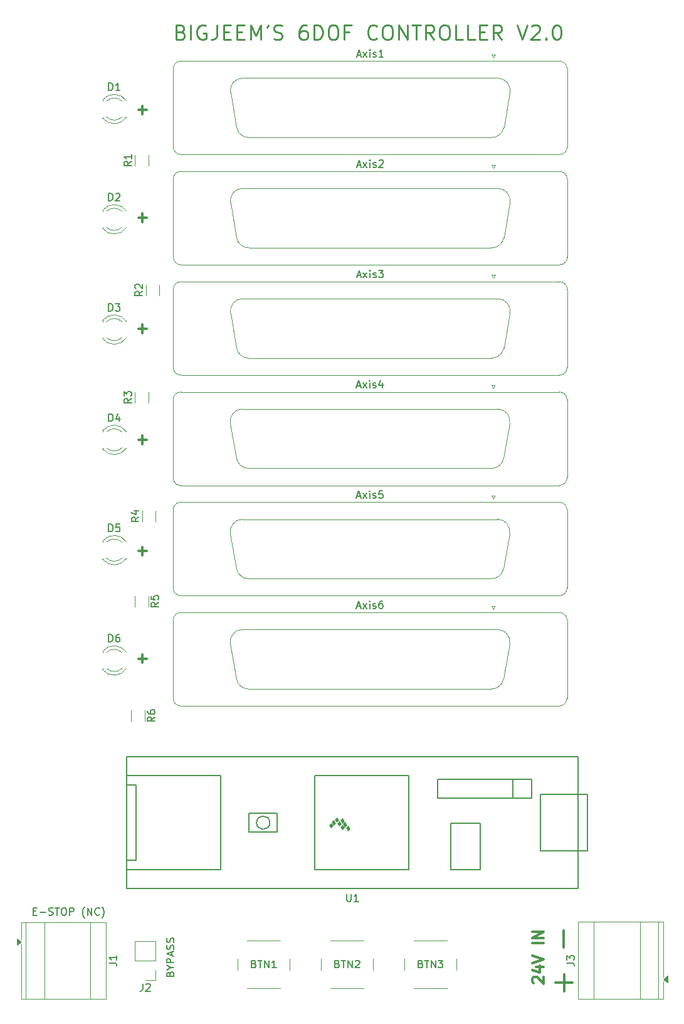
<source format=gbr>
%TF.GenerationSoftware,KiCad,Pcbnew,9.0.5*%
%TF.CreationDate,2025-11-20T14:08:09-05:00*%
%TF.ProjectId,Teensy_MotorShield,5465656e-7379-45f4-9d6f-746f72536869,rev?*%
%TF.SameCoordinates,Original*%
%TF.FileFunction,Legend,Top*%
%TF.FilePolarity,Positive*%
%FSLAX46Y46*%
G04 Gerber Fmt 4.6, Leading zero omitted, Abs format (unit mm)*
G04 Created by KiCad (PCBNEW 9.0.5) date 2025-11-20 14:08:09*
%MOMM*%
%LPD*%
G01*
G04 APERTURE LIST*
%ADD10C,0.300000*%
%ADD11C,0.200000*%
%ADD12C,0.250000*%
%ADD13C,0.150000*%
%ADD14C,0.120000*%
%ADD15C,0.100000*%
G04 APERTURE END LIST*
D10*
X125054510Y-35729400D02*
X126197368Y-35729400D01*
X125625939Y-36300828D02*
X125625939Y-35157971D01*
X182525600Y-146411653D02*
X182525600Y-148697368D01*
D11*
X129343409Y-152296993D02*
X129391028Y-152154136D01*
X129391028Y-152154136D02*
X129438647Y-152106517D01*
X129438647Y-152106517D02*
X129533885Y-152058898D01*
X129533885Y-152058898D02*
X129676742Y-152058898D01*
X129676742Y-152058898D02*
X129771980Y-152106517D01*
X129771980Y-152106517D02*
X129819600Y-152154136D01*
X129819600Y-152154136D02*
X129867219Y-152249374D01*
X129867219Y-152249374D02*
X129867219Y-152630326D01*
X129867219Y-152630326D02*
X128867219Y-152630326D01*
X128867219Y-152630326D02*
X128867219Y-152296993D01*
X128867219Y-152296993D02*
X128914838Y-152201755D01*
X128914838Y-152201755D02*
X128962457Y-152154136D01*
X128962457Y-152154136D02*
X129057695Y-152106517D01*
X129057695Y-152106517D02*
X129152933Y-152106517D01*
X129152933Y-152106517D02*
X129248171Y-152154136D01*
X129248171Y-152154136D02*
X129295790Y-152201755D01*
X129295790Y-152201755D02*
X129343409Y-152296993D01*
X129343409Y-152296993D02*
X129343409Y-152630326D01*
X129391028Y-151439850D02*
X129867219Y-151439850D01*
X128867219Y-151773183D02*
X129391028Y-151439850D01*
X129391028Y-151439850D02*
X128867219Y-151106517D01*
X129867219Y-150773183D02*
X128867219Y-150773183D01*
X128867219Y-150773183D02*
X128867219Y-150392231D01*
X128867219Y-150392231D02*
X128914838Y-150296993D01*
X128914838Y-150296993D02*
X128962457Y-150249374D01*
X128962457Y-150249374D02*
X129057695Y-150201755D01*
X129057695Y-150201755D02*
X129200552Y-150201755D01*
X129200552Y-150201755D02*
X129295790Y-150249374D01*
X129295790Y-150249374D02*
X129343409Y-150296993D01*
X129343409Y-150296993D02*
X129391028Y-150392231D01*
X129391028Y-150392231D02*
X129391028Y-150773183D01*
X129581504Y-149820802D02*
X129581504Y-149344612D01*
X129867219Y-149916040D02*
X128867219Y-149582707D01*
X128867219Y-149582707D02*
X129867219Y-149249374D01*
X129819600Y-148963659D02*
X129867219Y-148820802D01*
X129867219Y-148820802D02*
X129867219Y-148582707D01*
X129867219Y-148582707D02*
X129819600Y-148487469D01*
X129819600Y-148487469D02*
X129771980Y-148439850D01*
X129771980Y-148439850D02*
X129676742Y-148392231D01*
X129676742Y-148392231D02*
X129581504Y-148392231D01*
X129581504Y-148392231D02*
X129486266Y-148439850D01*
X129486266Y-148439850D02*
X129438647Y-148487469D01*
X129438647Y-148487469D02*
X129391028Y-148582707D01*
X129391028Y-148582707D02*
X129343409Y-148773183D01*
X129343409Y-148773183D02*
X129295790Y-148868421D01*
X129295790Y-148868421D02*
X129248171Y-148916040D01*
X129248171Y-148916040D02*
X129152933Y-148963659D01*
X129152933Y-148963659D02*
X129057695Y-148963659D01*
X129057695Y-148963659D02*
X128962457Y-148916040D01*
X128962457Y-148916040D02*
X128914838Y-148868421D01*
X128914838Y-148868421D02*
X128867219Y-148773183D01*
X128867219Y-148773183D02*
X128867219Y-148535088D01*
X128867219Y-148535088D02*
X128914838Y-148392231D01*
X129819600Y-148011278D02*
X129867219Y-147868421D01*
X129867219Y-147868421D02*
X129867219Y-147630326D01*
X129867219Y-147630326D02*
X129819600Y-147535088D01*
X129819600Y-147535088D02*
X129771980Y-147487469D01*
X129771980Y-147487469D02*
X129676742Y-147439850D01*
X129676742Y-147439850D02*
X129581504Y-147439850D01*
X129581504Y-147439850D02*
X129486266Y-147487469D01*
X129486266Y-147487469D02*
X129438647Y-147535088D01*
X129438647Y-147535088D02*
X129391028Y-147630326D01*
X129391028Y-147630326D02*
X129343409Y-147820802D01*
X129343409Y-147820802D02*
X129295790Y-147916040D01*
X129295790Y-147916040D02*
X129248171Y-147963659D01*
X129248171Y-147963659D02*
X129152933Y-148011278D01*
X129152933Y-148011278D02*
X129057695Y-148011278D01*
X129057695Y-148011278D02*
X128962457Y-147963659D01*
X128962457Y-147963659D02*
X128914838Y-147916040D01*
X128914838Y-147916040D02*
X128867219Y-147820802D01*
X128867219Y-147820802D02*
X128867219Y-147582707D01*
X128867219Y-147582707D02*
X128914838Y-147439850D01*
D10*
X125054510Y-50229400D02*
X126197368Y-50229400D01*
X125625939Y-50800828D02*
X125625939Y-49657971D01*
X181411653Y-153474400D02*
X183697368Y-153474400D01*
X182554510Y-154617257D02*
X182554510Y-152331542D01*
X125054510Y-95229400D02*
X126197368Y-95229400D01*
X125625939Y-95800828D02*
X125625939Y-94657971D01*
X125054510Y-65229400D02*
X126197368Y-65229400D01*
X125625939Y-65800828D02*
X125625939Y-64657971D01*
D12*
X130807330Y-25194619D02*
X131093044Y-25289857D01*
X131093044Y-25289857D02*
X131188282Y-25385095D01*
X131188282Y-25385095D02*
X131283520Y-25575571D01*
X131283520Y-25575571D02*
X131283520Y-25861285D01*
X131283520Y-25861285D02*
X131188282Y-26051761D01*
X131188282Y-26051761D02*
X131093044Y-26147000D01*
X131093044Y-26147000D02*
X130902568Y-26242238D01*
X130902568Y-26242238D02*
X130140663Y-26242238D01*
X130140663Y-26242238D02*
X130140663Y-24242238D01*
X130140663Y-24242238D02*
X130807330Y-24242238D01*
X130807330Y-24242238D02*
X130997806Y-24337476D01*
X130997806Y-24337476D02*
X131093044Y-24432714D01*
X131093044Y-24432714D02*
X131188282Y-24623190D01*
X131188282Y-24623190D02*
X131188282Y-24813666D01*
X131188282Y-24813666D02*
X131093044Y-25004142D01*
X131093044Y-25004142D02*
X130997806Y-25099380D01*
X130997806Y-25099380D02*
X130807330Y-25194619D01*
X130807330Y-25194619D02*
X130140663Y-25194619D01*
X132140663Y-26242238D02*
X132140663Y-24242238D01*
X134140663Y-24337476D02*
X133950187Y-24242238D01*
X133950187Y-24242238D02*
X133664473Y-24242238D01*
X133664473Y-24242238D02*
X133378758Y-24337476D01*
X133378758Y-24337476D02*
X133188282Y-24527952D01*
X133188282Y-24527952D02*
X133093044Y-24718428D01*
X133093044Y-24718428D02*
X132997806Y-25099380D01*
X132997806Y-25099380D02*
X132997806Y-25385095D01*
X132997806Y-25385095D02*
X133093044Y-25766047D01*
X133093044Y-25766047D02*
X133188282Y-25956523D01*
X133188282Y-25956523D02*
X133378758Y-26147000D01*
X133378758Y-26147000D02*
X133664473Y-26242238D01*
X133664473Y-26242238D02*
X133854949Y-26242238D01*
X133854949Y-26242238D02*
X134140663Y-26147000D01*
X134140663Y-26147000D02*
X134235901Y-26051761D01*
X134235901Y-26051761D02*
X134235901Y-25385095D01*
X134235901Y-25385095D02*
X133854949Y-25385095D01*
X135664473Y-24242238D02*
X135664473Y-25670809D01*
X135664473Y-25670809D02*
X135569234Y-25956523D01*
X135569234Y-25956523D02*
X135378758Y-26147000D01*
X135378758Y-26147000D02*
X135093044Y-26242238D01*
X135093044Y-26242238D02*
X134902568Y-26242238D01*
X136616854Y-25194619D02*
X137283521Y-25194619D01*
X137569235Y-26242238D02*
X136616854Y-26242238D01*
X136616854Y-26242238D02*
X136616854Y-24242238D01*
X136616854Y-24242238D02*
X137569235Y-24242238D01*
X138426378Y-25194619D02*
X139093045Y-25194619D01*
X139378759Y-26242238D02*
X138426378Y-26242238D01*
X138426378Y-26242238D02*
X138426378Y-24242238D01*
X138426378Y-24242238D02*
X139378759Y-24242238D01*
X140235902Y-26242238D02*
X140235902Y-24242238D01*
X140235902Y-24242238D02*
X140902569Y-25670809D01*
X140902569Y-25670809D02*
X141569235Y-24242238D01*
X141569235Y-24242238D02*
X141569235Y-26242238D01*
X142616854Y-24242238D02*
X142426378Y-24623190D01*
X143378759Y-26147000D02*
X143664473Y-26242238D01*
X143664473Y-26242238D02*
X144140664Y-26242238D01*
X144140664Y-26242238D02*
X144331140Y-26147000D01*
X144331140Y-26147000D02*
X144426378Y-26051761D01*
X144426378Y-26051761D02*
X144521616Y-25861285D01*
X144521616Y-25861285D02*
X144521616Y-25670809D01*
X144521616Y-25670809D02*
X144426378Y-25480333D01*
X144426378Y-25480333D02*
X144331140Y-25385095D01*
X144331140Y-25385095D02*
X144140664Y-25289857D01*
X144140664Y-25289857D02*
X143759711Y-25194619D01*
X143759711Y-25194619D02*
X143569235Y-25099380D01*
X143569235Y-25099380D02*
X143473997Y-25004142D01*
X143473997Y-25004142D02*
X143378759Y-24813666D01*
X143378759Y-24813666D02*
X143378759Y-24623190D01*
X143378759Y-24623190D02*
X143473997Y-24432714D01*
X143473997Y-24432714D02*
X143569235Y-24337476D01*
X143569235Y-24337476D02*
X143759711Y-24242238D01*
X143759711Y-24242238D02*
X144235902Y-24242238D01*
X144235902Y-24242238D02*
X144521616Y-24337476D01*
X147759712Y-24242238D02*
X147378759Y-24242238D01*
X147378759Y-24242238D02*
X147188283Y-24337476D01*
X147188283Y-24337476D02*
X147093045Y-24432714D01*
X147093045Y-24432714D02*
X146902569Y-24718428D01*
X146902569Y-24718428D02*
X146807331Y-25099380D01*
X146807331Y-25099380D02*
X146807331Y-25861285D01*
X146807331Y-25861285D02*
X146902569Y-26051761D01*
X146902569Y-26051761D02*
X146997807Y-26147000D01*
X146997807Y-26147000D02*
X147188283Y-26242238D01*
X147188283Y-26242238D02*
X147569236Y-26242238D01*
X147569236Y-26242238D02*
X147759712Y-26147000D01*
X147759712Y-26147000D02*
X147854950Y-26051761D01*
X147854950Y-26051761D02*
X147950188Y-25861285D01*
X147950188Y-25861285D02*
X147950188Y-25385095D01*
X147950188Y-25385095D02*
X147854950Y-25194619D01*
X147854950Y-25194619D02*
X147759712Y-25099380D01*
X147759712Y-25099380D02*
X147569236Y-25004142D01*
X147569236Y-25004142D02*
X147188283Y-25004142D01*
X147188283Y-25004142D02*
X146997807Y-25099380D01*
X146997807Y-25099380D02*
X146902569Y-25194619D01*
X146902569Y-25194619D02*
X146807331Y-25385095D01*
X148807331Y-26242238D02*
X148807331Y-24242238D01*
X148807331Y-24242238D02*
X149283521Y-24242238D01*
X149283521Y-24242238D02*
X149569236Y-24337476D01*
X149569236Y-24337476D02*
X149759712Y-24527952D01*
X149759712Y-24527952D02*
X149854950Y-24718428D01*
X149854950Y-24718428D02*
X149950188Y-25099380D01*
X149950188Y-25099380D02*
X149950188Y-25385095D01*
X149950188Y-25385095D02*
X149854950Y-25766047D01*
X149854950Y-25766047D02*
X149759712Y-25956523D01*
X149759712Y-25956523D02*
X149569236Y-26147000D01*
X149569236Y-26147000D02*
X149283521Y-26242238D01*
X149283521Y-26242238D02*
X148807331Y-26242238D01*
X151188283Y-24242238D02*
X151569236Y-24242238D01*
X151569236Y-24242238D02*
X151759712Y-24337476D01*
X151759712Y-24337476D02*
X151950188Y-24527952D01*
X151950188Y-24527952D02*
X152045426Y-24908904D01*
X152045426Y-24908904D02*
X152045426Y-25575571D01*
X152045426Y-25575571D02*
X151950188Y-25956523D01*
X151950188Y-25956523D02*
X151759712Y-26147000D01*
X151759712Y-26147000D02*
X151569236Y-26242238D01*
X151569236Y-26242238D02*
X151188283Y-26242238D01*
X151188283Y-26242238D02*
X150997807Y-26147000D01*
X150997807Y-26147000D02*
X150807331Y-25956523D01*
X150807331Y-25956523D02*
X150712093Y-25575571D01*
X150712093Y-25575571D02*
X150712093Y-24908904D01*
X150712093Y-24908904D02*
X150807331Y-24527952D01*
X150807331Y-24527952D02*
X150997807Y-24337476D01*
X150997807Y-24337476D02*
X151188283Y-24242238D01*
X153569236Y-25194619D02*
X152902569Y-25194619D01*
X152902569Y-26242238D02*
X152902569Y-24242238D01*
X152902569Y-24242238D02*
X153854950Y-24242238D01*
X157283522Y-26051761D02*
X157188284Y-26147000D01*
X157188284Y-26147000D02*
X156902570Y-26242238D01*
X156902570Y-26242238D02*
X156712094Y-26242238D01*
X156712094Y-26242238D02*
X156426379Y-26147000D01*
X156426379Y-26147000D02*
X156235903Y-25956523D01*
X156235903Y-25956523D02*
X156140665Y-25766047D01*
X156140665Y-25766047D02*
X156045427Y-25385095D01*
X156045427Y-25385095D02*
X156045427Y-25099380D01*
X156045427Y-25099380D02*
X156140665Y-24718428D01*
X156140665Y-24718428D02*
X156235903Y-24527952D01*
X156235903Y-24527952D02*
X156426379Y-24337476D01*
X156426379Y-24337476D02*
X156712094Y-24242238D01*
X156712094Y-24242238D02*
X156902570Y-24242238D01*
X156902570Y-24242238D02*
X157188284Y-24337476D01*
X157188284Y-24337476D02*
X157283522Y-24432714D01*
X158521617Y-24242238D02*
X158902570Y-24242238D01*
X158902570Y-24242238D02*
X159093046Y-24337476D01*
X159093046Y-24337476D02*
X159283522Y-24527952D01*
X159283522Y-24527952D02*
X159378760Y-24908904D01*
X159378760Y-24908904D02*
X159378760Y-25575571D01*
X159378760Y-25575571D02*
X159283522Y-25956523D01*
X159283522Y-25956523D02*
X159093046Y-26147000D01*
X159093046Y-26147000D02*
X158902570Y-26242238D01*
X158902570Y-26242238D02*
X158521617Y-26242238D01*
X158521617Y-26242238D02*
X158331141Y-26147000D01*
X158331141Y-26147000D02*
X158140665Y-25956523D01*
X158140665Y-25956523D02*
X158045427Y-25575571D01*
X158045427Y-25575571D02*
X158045427Y-24908904D01*
X158045427Y-24908904D02*
X158140665Y-24527952D01*
X158140665Y-24527952D02*
X158331141Y-24337476D01*
X158331141Y-24337476D02*
X158521617Y-24242238D01*
X160235903Y-26242238D02*
X160235903Y-24242238D01*
X160235903Y-24242238D02*
X161378760Y-26242238D01*
X161378760Y-26242238D02*
X161378760Y-24242238D01*
X162045427Y-24242238D02*
X163188284Y-24242238D01*
X162616855Y-26242238D02*
X162616855Y-24242238D01*
X164997808Y-26242238D02*
X164331141Y-25289857D01*
X163854951Y-26242238D02*
X163854951Y-24242238D01*
X163854951Y-24242238D02*
X164616856Y-24242238D01*
X164616856Y-24242238D02*
X164807332Y-24337476D01*
X164807332Y-24337476D02*
X164902570Y-24432714D01*
X164902570Y-24432714D02*
X164997808Y-24623190D01*
X164997808Y-24623190D02*
X164997808Y-24908904D01*
X164997808Y-24908904D02*
X164902570Y-25099380D01*
X164902570Y-25099380D02*
X164807332Y-25194619D01*
X164807332Y-25194619D02*
X164616856Y-25289857D01*
X164616856Y-25289857D02*
X163854951Y-25289857D01*
X166235903Y-24242238D02*
X166616856Y-24242238D01*
X166616856Y-24242238D02*
X166807332Y-24337476D01*
X166807332Y-24337476D02*
X166997808Y-24527952D01*
X166997808Y-24527952D02*
X167093046Y-24908904D01*
X167093046Y-24908904D02*
X167093046Y-25575571D01*
X167093046Y-25575571D02*
X166997808Y-25956523D01*
X166997808Y-25956523D02*
X166807332Y-26147000D01*
X166807332Y-26147000D02*
X166616856Y-26242238D01*
X166616856Y-26242238D02*
X166235903Y-26242238D01*
X166235903Y-26242238D02*
X166045427Y-26147000D01*
X166045427Y-26147000D02*
X165854951Y-25956523D01*
X165854951Y-25956523D02*
X165759713Y-25575571D01*
X165759713Y-25575571D02*
X165759713Y-24908904D01*
X165759713Y-24908904D02*
X165854951Y-24527952D01*
X165854951Y-24527952D02*
X166045427Y-24337476D01*
X166045427Y-24337476D02*
X166235903Y-24242238D01*
X168902570Y-26242238D02*
X167950189Y-26242238D01*
X167950189Y-26242238D02*
X167950189Y-24242238D01*
X170521618Y-26242238D02*
X169569237Y-26242238D01*
X169569237Y-26242238D02*
X169569237Y-24242238D01*
X171188285Y-25194619D02*
X171854952Y-25194619D01*
X172140666Y-26242238D02*
X171188285Y-26242238D01*
X171188285Y-26242238D02*
X171188285Y-24242238D01*
X171188285Y-24242238D02*
X172140666Y-24242238D01*
X174140666Y-26242238D02*
X173473999Y-25289857D01*
X172997809Y-26242238D02*
X172997809Y-24242238D01*
X172997809Y-24242238D02*
X173759714Y-24242238D01*
X173759714Y-24242238D02*
X173950190Y-24337476D01*
X173950190Y-24337476D02*
X174045428Y-24432714D01*
X174045428Y-24432714D02*
X174140666Y-24623190D01*
X174140666Y-24623190D02*
X174140666Y-24908904D01*
X174140666Y-24908904D02*
X174045428Y-25099380D01*
X174045428Y-25099380D02*
X173950190Y-25194619D01*
X173950190Y-25194619D02*
X173759714Y-25289857D01*
X173759714Y-25289857D02*
X172997809Y-25289857D01*
X176235905Y-24242238D02*
X176902571Y-26242238D01*
X176902571Y-26242238D02*
X177569238Y-24242238D01*
X178140667Y-24432714D02*
X178235905Y-24337476D01*
X178235905Y-24337476D02*
X178426381Y-24242238D01*
X178426381Y-24242238D02*
X178902572Y-24242238D01*
X178902572Y-24242238D02*
X179093048Y-24337476D01*
X179093048Y-24337476D02*
X179188286Y-24432714D01*
X179188286Y-24432714D02*
X179283524Y-24623190D01*
X179283524Y-24623190D02*
X179283524Y-24813666D01*
X179283524Y-24813666D02*
X179188286Y-25099380D01*
X179188286Y-25099380D02*
X178045429Y-26242238D01*
X178045429Y-26242238D02*
X179283524Y-26242238D01*
X180140667Y-26051761D02*
X180235905Y-26147000D01*
X180235905Y-26147000D02*
X180140667Y-26242238D01*
X180140667Y-26242238D02*
X180045429Y-26147000D01*
X180045429Y-26147000D02*
X180140667Y-26051761D01*
X180140667Y-26051761D02*
X180140667Y-26242238D01*
X181474000Y-24242238D02*
X181664477Y-24242238D01*
X181664477Y-24242238D02*
X181854953Y-24337476D01*
X181854953Y-24337476D02*
X181950191Y-24432714D01*
X181950191Y-24432714D02*
X182045429Y-24623190D01*
X182045429Y-24623190D02*
X182140667Y-25004142D01*
X182140667Y-25004142D02*
X182140667Y-25480333D01*
X182140667Y-25480333D02*
X182045429Y-25861285D01*
X182045429Y-25861285D02*
X181950191Y-26051761D01*
X181950191Y-26051761D02*
X181854953Y-26147000D01*
X181854953Y-26147000D02*
X181664477Y-26242238D01*
X181664477Y-26242238D02*
X181474000Y-26242238D01*
X181474000Y-26242238D02*
X181283524Y-26147000D01*
X181283524Y-26147000D02*
X181188286Y-26051761D01*
X181188286Y-26051761D02*
X181093048Y-25861285D01*
X181093048Y-25861285D02*
X180997810Y-25480333D01*
X180997810Y-25480333D02*
X180997810Y-25004142D01*
X180997810Y-25004142D02*
X181093048Y-24623190D01*
X181093048Y-24623190D02*
X181188286Y-24432714D01*
X181188286Y-24432714D02*
X181283524Y-24337476D01*
X181283524Y-24337476D02*
X181474000Y-24242238D01*
D11*
X110869673Y-143843409D02*
X111203006Y-143843409D01*
X111345863Y-144367219D02*
X110869673Y-144367219D01*
X110869673Y-144367219D02*
X110869673Y-143367219D01*
X110869673Y-143367219D02*
X111345863Y-143367219D01*
X111774435Y-143986266D02*
X112536340Y-143986266D01*
X112964911Y-144319600D02*
X113107768Y-144367219D01*
X113107768Y-144367219D02*
X113345863Y-144367219D01*
X113345863Y-144367219D02*
X113441101Y-144319600D01*
X113441101Y-144319600D02*
X113488720Y-144271980D01*
X113488720Y-144271980D02*
X113536339Y-144176742D01*
X113536339Y-144176742D02*
X113536339Y-144081504D01*
X113536339Y-144081504D02*
X113488720Y-143986266D01*
X113488720Y-143986266D02*
X113441101Y-143938647D01*
X113441101Y-143938647D02*
X113345863Y-143891028D01*
X113345863Y-143891028D02*
X113155387Y-143843409D01*
X113155387Y-143843409D02*
X113060149Y-143795790D01*
X113060149Y-143795790D02*
X113012530Y-143748171D01*
X113012530Y-143748171D02*
X112964911Y-143652933D01*
X112964911Y-143652933D02*
X112964911Y-143557695D01*
X112964911Y-143557695D02*
X113012530Y-143462457D01*
X113012530Y-143462457D02*
X113060149Y-143414838D01*
X113060149Y-143414838D02*
X113155387Y-143367219D01*
X113155387Y-143367219D02*
X113393482Y-143367219D01*
X113393482Y-143367219D02*
X113536339Y-143414838D01*
X113822054Y-143367219D02*
X114393482Y-143367219D01*
X114107768Y-144367219D02*
X114107768Y-143367219D01*
X114917292Y-143367219D02*
X115107768Y-143367219D01*
X115107768Y-143367219D02*
X115203006Y-143414838D01*
X115203006Y-143414838D02*
X115298244Y-143510076D01*
X115298244Y-143510076D02*
X115345863Y-143700552D01*
X115345863Y-143700552D02*
X115345863Y-144033885D01*
X115345863Y-144033885D02*
X115298244Y-144224361D01*
X115298244Y-144224361D02*
X115203006Y-144319600D01*
X115203006Y-144319600D02*
X115107768Y-144367219D01*
X115107768Y-144367219D02*
X114917292Y-144367219D01*
X114917292Y-144367219D02*
X114822054Y-144319600D01*
X114822054Y-144319600D02*
X114726816Y-144224361D01*
X114726816Y-144224361D02*
X114679197Y-144033885D01*
X114679197Y-144033885D02*
X114679197Y-143700552D01*
X114679197Y-143700552D02*
X114726816Y-143510076D01*
X114726816Y-143510076D02*
X114822054Y-143414838D01*
X114822054Y-143414838D02*
X114917292Y-143367219D01*
X115774435Y-144367219D02*
X115774435Y-143367219D01*
X115774435Y-143367219D02*
X116155387Y-143367219D01*
X116155387Y-143367219D02*
X116250625Y-143414838D01*
X116250625Y-143414838D02*
X116298244Y-143462457D01*
X116298244Y-143462457D02*
X116345863Y-143557695D01*
X116345863Y-143557695D02*
X116345863Y-143700552D01*
X116345863Y-143700552D02*
X116298244Y-143795790D01*
X116298244Y-143795790D02*
X116250625Y-143843409D01*
X116250625Y-143843409D02*
X116155387Y-143891028D01*
X116155387Y-143891028D02*
X115774435Y-143891028D01*
X117822054Y-144748171D02*
X117774435Y-144700552D01*
X117774435Y-144700552D02*
X117679197Y-144557695D01*
X117679197Y-144557695D02*
X117631578Y-144462457D01*
X117631578Y-144462457D02*
X117583959Y-144319600D01*
X117583959Y-144319600D02*
X117536340Y-144081504D01*
X117536340Y-144081504D02*
X117536340Y-143891028D01*
X117536340Y-143891028D02*
X117583959Y-143652933D01*
X117583959Y-143652933D02*
X117631578Y-143510076D01*
X117631578Y-143510076D02*
X117679197Y-143414838D01*
X117679197Y-143414838D02*
X117774435Y-143271980D01*
X117774435Y-143271980D02*
X117822054Y-143224361D01*
X118203007Y-144367219D02*
X118203007Y-143367219D01*
X118203007Y-143367219D02*
X118774435Y-144367219D01*
X118774435Y-144367219D02*
X118774435Y-143367219D01*
X119822054Y-144271980D02*
X119774435Y-144319600D01*
X119774435Y-144319600D02*
X119631578Y-144367219D01*
X119631578Y-144367219D02*
X119536340Y-144367219D01*
X119536340Y-144367219D02*
X119393483Y-144319600D01*
X119393483Y-144319600D02*
X119298245Y-144224361D01*
X119298245Y-144224361D02*
X119250626Y-144129123D01*
X119250626Y-144129123D02*
X119203007Y-143938647D01*
X119203007Y-143938647D02*
X119203007Y-143795790D01*
X119203007Y-143795790D02*
X119250626Y-143605314D01*
X119250626Y-143605314D02*
X119298245Y-143510076D01*
X119298245Y-143510076D02*
X119393483Y-143414838D01*
X119393483Y-143414838D02*
X119536340Y-143367219D01*
X119536340Y-143367219D02*
X119631578Y-143367219D01*
X119631578Y-143367219D02*
X119774435Y-143414838D01*
X119774435Y-143414838D02*
X119822054Y-143462457D01*
X120155388Y-144748171D02*
X120203007Y-144700552D01*
X120203007Y-144700552D02*
X120298245Y-144557695D01*
X120298245Y-144557695D02*
X120345864Y-144462457D01*
X120345864Y-144462457D02*
X120393483Y-144319600D01*
X120393483Y-144319600D02*
X120441102Y-144081504D01*
X120441102Y-144081504D02*
X120441102Y-143891028D01*
X120441102Y-143891028D02*
X120393483Y-143652933D01*
X120393483Y-143652933D02*
X120345864Y-143510076D01*
X120345864Y-143510076D02*
X120298245Y-143414838D01*
X120298245Y-143414838D02*
X120203007Y-143271980D01*
X120203007Y-143271980D02*
X120155388Y-143224361D01*
D10*
X125054510Y-80229400D02*
X126197368Y-80229400D01*
X125625939Y-80800828D02*
X125625939Y-79657971D01*
X125054510Y-109729400D02*
X126197368Y-109729400D01*
X125625939Y-110300828D02*
X125625939Y-109157971D01*
X178443685Y-153516917D02*
X178372257Y-153445489D01*
X178372257Y-153445489D02*
X178300828Y-153302632D01*
X178300828Y-153302632D02*
X178300828Y-152945489D01*
X178300828Y-152945489D02*
X178372257Y-152802632D01*
X178372257Y-152802632D02*
X178443685Y-152731203D01*
X178443685Y-152731203D02*
X178586542Y-152659774D01*
X178586542Y-152659774D02*
X178729400Y-152659774D01*
X178729400Y-152659774D02*
X178943685Y-152731203D01*
X178943685Y-152731203D02*
X179800828Y-153588346D01*
X179800828Y-153588346D02*
X179800828Y-152659774D01*
X178800828Y-151374061D02*
X179800828Y-151374061D01*
X178229400Y-151731203D02*
X179300828Y-152088346D01*
X179300828Y-152088346D02*
X179300828Y-151159775D01*
X178300828Y-150802632D02*
X179800828Y-150302632D01*
X179800828Y-150302632D02*
X178300828Y-149802632D01*
X179800828Y-148159776D02*
X178300828Y-148159776D01*
X179800828Y-147445490D02*
X178300828Y-147445490D01*
X178300828Y-147445490D02*
X179800828Y-146588347D01*
X179800828Y-146588347D02*
X178300828Y-146588347D01*
D13*
X121066905Y-107483780D02*
X121066905Y-106483780D01*
X121066905Y-106483780D02*
X121305000Y-106483780D01*
X121305000Y-106483780D02*
X121447857Y-106531399D01*
X121447857Y-106531399D02*
X121543095Y-106626637D01*
X121543095Y-106626637D02*
X121590714Y-106721875D01*
X121590714Y-106721875D02*
X121638333Y-106912351D01*
X121638333Y-106912351D02*
X121638333Y-107055208D01*
X121638333Y-107055208D02*
X121590714Y-107245684D01*
X121590714Y-107245684D02*
X121543095Y-107340922D01*
X121543095Y-107340922D02*
X121447857Y-107436161D01*
X121447857Y-107436161D02*
X121305000Y-107483780D01*
X121305000Y-107483780D02*
X121066905Y-107483780D01*
X122495476Y-106483780D02*
X122305000Y-106483780D01*
X122305000Y-106483780D02*
X122209762Y-106531399D01*
X122209762Y-106531399D02*
X122162143Y-106579018D01*
X122162143Y-106579018D02*
X122066905Y-106721875D01*
X122066905Y-106721875D02*
X122019286Y-106912351D01*
X122019286Y-106912351D02*
X122019286Y-107293303D01*
X122019286Y-107293303D02*
X122066905Y-107388541D01*
X122066905Y-107388541D02*
X122114524Y-107436161D01*
X122114524Y-107436161D02*
X122209762Y-107483780D01*
X122209762Y-107483780D02*
X122400238Y-107483780D01*
X122400238Y-107483780D02*
X122495476Y-107436161D01*
X122495476Y-107436161D02*
X122543095Y-107388541D01*
X122543095Y-107388541D02*
X122590714Y-107293303D01*
X122590714Y-107293303D02*
X122590714Y-107055208D01*
X122590714Y-107055208D02*
X122543095Y-106959970D01*
X122543095Y-106959970D02*
X122495476Y-106912351D01*
X122495476Y-106912351D02*
X122400238Y-106864732D01*
X122400238Y-106864732D02*
X122209762Y-106864732D01*
X122209762Y-106864732D02*
X122114524Y-106912351D01*
X122114524Y-106912351D02*
X122066905Y-106959970D01*
X122066905Y-106959970D02*
X122019286Y-107055208D01*
X121066905Y-62839691D02*
X121066905Y-61839691D01*
X121066905Y-61839691D02*
X121305000Y-61839691D01*
X121305000Y-61839691D02*
X121447857Y-61887310D01*
X121447857Y-61887310D02*
X121543095Y-61982548D01*
X121543095Y-61982548D02*
X121590714Y-62077786D01*
X121590714Y-62077786D02*
X121638333Y-62268262D01*
X121638333Y-62268262D02*
X121638333Y-62411119D01*
X121638333Y-62411119D02*
X121590714Y-62601595D01*
X121590714Y-62601595D02*
X121543095Y-62696833D01*
X121543095Y-62696833D02*
X121447857Y-62792072D01*
X121447857Y-62792072D02*
X121305000Y-62839691D01*
X121305000Y-62839691D02*
X121066905Y-62839691D01*
X121971667Y-61839691D02*
X122590714Y-61839691D01*
X122590714Y-61839691D02*
X122257381Y-62220643D01*
X122257381Y-62220643D02*
X122400238Y-62220643D01*
X122400238Y-62220643D02*
X122495476Y-62268262D01*
X122495476Y-62268262D02*
X122543095Y-62315881D01*
X122543095Y-62315881D02*
X122590714Y-62411119D01*
X122590714Y-62411119D02*
X122590714Y-62649214D01*
X122590714Y-62649214D02*
X122543095Y-62744452D01*
X122543095Y-62744452D02*
X122495476Y-62792072D01*
X122495476Y-62792072D02*
X122400238Y-62839691D01*
X122400238Y-62839691D02*
X122114524Y-62839691D01*
X122114524Y-62839691D02*
X122019286Y-62792072D01*
X122019286Y-62792072D02*
X121971667Y-62744452D01*
X124124819Y-42666666D02*
X123648628Y-42999999D01*
X124124819Y-43238094D02*
X123124819Y-43238094D01*
X123124819Y-43238094D02*
X123124819Y-42857142D01*
X123124819Y-42857142D02*
X123172438Y-42761904D01*
X123172438Y-42761904D02*
X123220057Y-42714285D01*
X123220057Y-42714285D02*
X123315295Y-42666666D01*
X123315295Y-42666666D02*
X123458152Y-42666666D01*
X123458152Y-42666666D02*
X123553390Y-42714285D01*
X123553390Y-42714285D02*
X123601009Y-42761904D01*
X123601009Y-42761904D02*
X123648628Y-42857142D01*
X123648628Y-42857142D02*
X123648628Y-43238094D01*
X124124819Y-41714285D02*
X124124819Y-42285713D01*
X124124819Y-41999999D02*
X123124819Y-41999999D01*
X123124819Y-41999999D02*
X123267676Y-42095237D01*
X123267676Y-42095237D02*
X123362914Y-42190475D01*
X123362914Y-42190475D02*
X123410533Y-42285713D01*
X127284819Y-117616666D02*
X126808628Y-117949999D01*
X127284819Y-118188094D02*
X126284819Y-118188094D01*
X126284819Y-118188094D02*
X126284819Y-117807142D01*
X126284819Y-117807142D02*
X126332438Y-117711904D01*
X126332438Y-117711904D02*
X126380057Y-117664285D01*
X126380057Y-117664285D02*
X126475295Y-117616666D01*
X126475295Y-117616666D02*
X126618152Y-117616666D01*
X126618152Y-117616666D02*
X126713390Y-117664285D01*
X126713390Y-117664285D02*
X126761009Y-117711904D01*
X126761009Y-117711904D02*
X126808628Y-117807142D01*
X126808628Y-117807142D02*
X126808628Y-118188094D01*
X126284819Y-116759523D02*
X126284819Y-116949999D01*
X126284819Y-116949999D02*
X126332438Y-117045237D01*
X126332438Y-117045237D02*
X126380057Y-117092856D01*
X126380057Y-117092856D02*
X126522914Y-117188094D01*
X126522914Y-117188094D02*
X126713390Y-117235713D01*
X126713390Y-117235713D02*
X127094342Y-117235713D01*
X127094342Y-117235713D02*
X127189580Y-117188094D01*
X127189580Y-117188094D02*
X127237200Y-117140475D01*
X127237200Y-117140475D02*
X127284819Y-117045237D01*
X127284819Y-117045237D02*
X127284819Y-116854761D01*
X127284819Y-116854761D02*
X127237200Y-116759523D01*
X127237200Y-116759523D02*
X127189580Y-116711904D01*
X127189580Y-116711904D02*
X127094342Y-116664285D01*
X127094342Y-116664285D02*
X126856247Y-116664285D01*
X126856247Y-116664285D02*
X126761009Y-116711904D01*
X126761009Y-116711904D02*
X126713390Y-116759523D01*
X126713390Y-116759523D02*
X126665771Y-116854761D01*
X126665771Y-116854761D02*
X126665771Y-117045237D01*
X126665771Y-117045237D02*
X126713390Y-117140475D01*
X126713390Y-117140475D02*
X126761009Y-117188094D01*
X126761009Y-117188094D02*
X126856247Y-117235713D01*
X127784819Y-102166666D02*
X127308628Y-102499999D01*
X127784819Y-102738094D02*
X126784819Y-102738094D01*
X126784819Y-102738094D02*
X126784819Y-102357142D01*
X126784819Y-102357142D02*
X126832438Y-102261904D01*
X126832438Y-102261904D02*
X126880057Y-102214285D01*
X126880057Y-102214285D02*
X126975295Y-102166666D01*
X126975295Y-102166666D02*
X127118152Y-102166666D01*
X127118152Y-102166666D02*
X127213390Y-102214285D01*
X127213390Y-102214285D02*
X127261009Y-102261904D01*
X127261009Y-102261904D02*
X127308628Y-102357142D01*
X127308628Y-102357142D02*
X127308628Y-102738094D01*
X126784819Y-101261904D02*
X126784819Y-101738094D01*
X126784819Y-101738094D02*
X127261009Y-101785713D01*
X127261009Y-101785713D02*
X127213390Y-101738094D01*
X127213390Y-101738094D02*
X127165771Y-101642856D01*
X127165771Y-101642856D02*
X127165771Y-101404761D01*
X127165771Y-101404761D02*
X127213390Y-101309523D01*
X127213390Y-101309523D02*
X127261009Y-101261904D01*
X127261009Y-101261904D02*
X127356247Y-101214285D01*
X127356247Y-101214285D02*
X127594342Y-101214285D01*
X127594342Y-101214285D02*
X127689580Y-101261904D01*
X127689580Y-101261904D02*
X127737200Y-101309523D01*
X127737200Y-101309523D02*
X127784819Y-101404761D01*
X127784819Y-101404761D02*
X127784819Y-101642856D01*
X127784819Y-101642856D02*
X127737200Y-101738094D01*
X127737200Y-101738094D02*
X127689580Y-101785713D01*
X151940476Y-150931009D02*
X152083333Y-150978628D01*
X152083333Y-150978628D02*
X152130952Y-151026247D01*
X152130952Y-151026247D02*
X152178571Y-151121485D01*
X152178571Y-151121485D02*
X152178571Y-151264342D01*
X152178571Y-151264342D02*
X152130952Y-151359580D01*
X152130952Y-151359580D02*
X152083333Y-151407200D01*
X152083333Y-151407200D02*
X151988095Y-151454819D01*
X151988095Y-151454819D02*
X151607143Y-151454819D01*
X151607143Y-151454819D02*
X151607143Y-150454819D01*
X151607143Y-150454819D02*
X151940476Y-150454819D01*
X151940476Y-150454819D02*
X152035714Y-150502438D01*
X152035714Y-150502438D02*
X152083333Y-150550057D01*
X152083333Y-150550057D02*
X152130952Y-150645295D01*
X152130952Y-150645295D02*
X152130952Y-150740533D01*
X152130952Y-150740533D02*
X152083333Y-150835771D01*
X152083333Y-150835771D02*
X152035714Y-150883390D01*
X152035714Y-150883390D02*
X151940476Y-150931009D01*
X151940476Y-150931009D02*
X151607143Y-150931009D01*
X152464286Y-150454819D02*
X153035714Y-150454819D01*
X152750000Y-151454819D02*
X152750000Y-150454819D01*
X153369048Y-151454819D02*
X153369048Y-150454819D01*
X153369048Y-150454819D02*
X153940476Y-151454819D01*
X153940476Y-151454819D02*
X153940476Y-150454819D01*
X154369048Y-150550057D02*
X154416667Y-150502438D01*
X154416667Y-150502438D02*
X154511905Y-150454819D01*
X154511905Y-150454819D02*
X154750000Y-150454819D01*
X154750000Y-150454819D02*
X154845238Y-150502438D01*
X154845238Y-150502438D02*
X154892857Y-150550057D01*
X154892857Y-150550057D02*
X154940476Y-150645295D01*
X154940476Y-150645295D02*
X154940476Y-150740533D01*
X154940476Y-150740533D02*
X154892857Y-150883390D01*
X154892857Y-150883390D02*
X154321429Y-151454819D01*
X154321429Y-151454819D02*
X154940476Y-151454819D01*
X154593095Y-87804556D02*
X155069285Y-87804556D01*
X154497857Y-88090271D02*
X154831190Y-87090271D01*
X154831190Y-87090271D02*
X155164523Y-88090271D01*
X155402619Y-88090271D02*
X155926428Y-87423604D01*
X155402619Y-87423604D02*
X155926428Y-88090271D01*
X156307381Y-88090271D02*
X156307381Y-87423604D01*
X156307381Y-87090271D02*
X156259762Y-87137890D01*
X156259762Y-87137890D02*
X156307381Y-87185509D01*
X156307381Y-87185509D02*
X156355000Y-87137890D01*
X156355000Y-87137890D02*
X156307381Y-87090271D01*
X156307381Y-87090271D02*
X156307381Y-87185509D01*
X156735952Y-88042652D02*
X156831190Y-88090271D01*
X156831190Y-88090271D02*
X157021666Y-88090271D01*
X157021666Y-88090271D02*
X157116904Y-88042652D01*
X157116904Y-88042652D02*
X157164523Y-87947413D01*
X157164523Y-87947413D02*
X157164523Y-87899794D01*
X157164523Y-87899794D02*
X157116904Y-87804556D01*
X157116904Y-87804556D02*
X157021666Y-87756937D01*
X157021666Y-87756937D02*
X156878809Y-87756937D01*
X156878809Y-87756937D02*
X156783571Y-87709318D01*
X156783571Y-87709318D02*
X156735952Y-87614080D01*
X156735952Y-87614080D02*
X156735952Y-87566461D01*
X156735952Y-87566461D02*
X156783571Y-87471223D01*
X156783571Y-87471223D02*
X156878809Y-87423604D01*
X156878809Y-87423604D02*
X157021666Y-87423604D01*
X157021666Y-87423604D02*
X157116904Y-87471223D01*
X158069285Y-87090271D02*
X157593095Y-87090271D01*
X157593095Y-87090271D02*
X157545476Y-87566461D01*
X157545476Y-87566461D02*
X157593095Y-87518842D01*
X157593095Y-87518842D02*
X157688333Y-87471223D01*
X157688333Y-87471223D02*
X157926428Y-87471223D01*
X157926428Y-87471223D02*
X158021666Y-87518842D01*
X158021666Y-87518842D02*
X158069285Y-87566461D01*
X158069285Y-87566461D02*
X158116904Y-87661699D01*
X158116904Y-87661699D02*
X158116904Y-87899794D01*
X158116904Y-87899794D02*
X158069285Y-87995032D01*
X158069285Y-87995032D02*
X158021666Y-88042652D01*
X158021666Y-88042652D02*
X157926428Y-88090271D01*
X157926428Y-88090271D02*
X157688333Y-88090271D01*
X157688333Y-88090271D02*
X157593095Y-88042652D01*
X157593095Y-88042652D02*
X157545476Y-87995032D01*
X163190476Y-150931009D02*
X163333333Y-150978628D01*
X163333333Y-150978628D02*
X163380952Y-151026247D01*
X163380952Y-151026247D02*
X163428571Y-151121485D01*
X163428571Y-151121485D02*
X163428571Y-151264342D01*
X163428571Y-151264342D02*
X163380952Y-151359580D01*
X163380952Y-151359580D02*
X163333333Y-151407200D01*
X163333333Y-151407200D02*
X163238095Y-151454819D01*
X163238095Y-151454819D02*
X162857143Y-151454819D01*
X162857143Y-151454819D02*
X162857143Y-150454819D01*
X162857143Y-150454819D02*
X163190476Y-150454819D01*
X163190476Y-150454819D02*
X163285714Y-150502438D01*
X163285714Y-150502438D02*
X163333333Y-150550057D01*
X163333333Y-150550057D02*
X163380952Y-150645295D01*
X163380952Y-150645295D02*
X163380952Y-150740533D01*
X163380952Y-150740533D02*
X163333333Y-150835771D01*
X163333333Y-150835771D02*
X163285714Y-150883390D01*
X163285714Y-150883390D02*
X163190476Y-150931009D01*
X163190476Y-150931009D02*
X162857143Y-150931009D01*
X163714286Y-150454819D02*
X164285714Y-150454819D01*
X164000000Y-151454819D02*
X164000000Y-150454819D01*
X164619048Y-151454819D02*
X164619048Y-150454819D01*
X164619048Y-150454819D02*
X165190476Y-151454819D01*
X165190476Y-151454819D02*
X165190476Y-150454819D01*
X165571429Y-150454819D02*
X166190476Y-150454819D01*
X166190476Y-150454819D02*
X165857143Y-150835771D01*
X165857143Y-150835771D02*
X166000000Y-150835771D01*
X166000000Y-150835771D02*
X166095238Y-150883390D01*
X166095238Y-150883390D02*
X166142857Y-150931009D01*
X166142857Y-150931009D02*
X166190476Y-151026247D01*
X166190476Y-151026247D02*
X166190476Y-151264342D01*
X166190476Y-151264342D02*
X166142857Y-151359580D01*
X166142857Y-151359580D02*
X166095238Y-151407200D01*
X166095238Y-151407200D02*
X166000000Y-151454819D01*
X166000000Y-151454819D02*
X165714286Y-151454819D01*
X165714286Y-151454819D02*
X165619048Y-151407200D01*
X165619048Y-151407200D02*
X165571429Y-151359580D01*
X154618095Y-28279104D02*
X155094285Y-28279104D01*
X154522857Y-28564819D02*
X154856190Y-27564819D01*
X154856190Y-27564819D02*
X155189523Y-28564819D01*
X155427619Y-28564819D02*
X155951428Y-27898152D01*
X155427619Y-27898152D02*
X155951428Y-28564819D01*
X156332381Y-28564819D02*
X156332381Y-27898152D01*
X156332381Y-27564819D02*
X156284762Y-27612438D01*
X156284762Y-27612438D02*
X156332381Y-27660057D01*
X156332381Y-27660057D02*
X156380000Y-27612438D01*
X156380000Y-27612438D02*
X156332381Y-27564819D01*
X156332381Y-27564819D02*
X156332381Y-27660057D01*
X156760952Y-28517200D02*
X156856190Y-28564819D01*
X156856190Y-28564819D02*
X157046666Y-28564819D01*
X157046666Y-28564819D02*
X157141904Y-28517200D01*
X157141904Y-28517200D02*
X157189523Y-28421961D01*
X157189523Y-28421961D02*
X157189523Y-28374342D01*
X157189523Y-28374342D02*
X157141904Y-28279104D01*
X157141904Y-28279104D02*
X157046666Y-28231485D01*
X157046666Y-28231485D02*
X156903809Y-28231485D01*
X156903809Y-28231485D02*
X156808571Y-28183866D01*
X156808571Y-28183866D02*
X156760952Y-28088628D01*
X156760952Y-28088628D02*
X156760952Y-28041009D01*
X156760952Y-28041009D02*
X156808571Y-27945771D01*
X156808571Y-27945771D02*
X156903809Y-27898152D01*
X156903809Y-27898152D02*
X157046666Y-27898152D01*
X157046666Y-27898152D02*
X157141904Y-27945771D01*
X158141904Y-28564819D02*
X157570476Y-28564819D01*
X157856190Y-28564819D02*
X157856190Y-27564819D01*
X157856190Y-27564819D02*
X157760952Y-27707676D01*
X157760952Y-27707676D02*
X157665714Y-27802914D01*
X157665714Y-27802914D02*
X157570476Y-27850533D01*
X140690476Y-150931009D02*
X140833333Y-150978628D01*
X140833333Y-150978628D02*
X140880952Y-151026247D01*
X140880952Y-151026247D02*
X140928571Y-151121485D01*
X140928571Y-151121485D02*
X140928571Y-151264342D01*
X140928571Y-151264342D02*
X140880952Y-151359580D01*
X140880952Y-151359580D02*
X140833333Y-151407200D01*
X140833333Y-151407200D02*
X140738095Y-151454819D01*
X140738095Y-151454819D02*
X140357143Y-151454819D01*
X140357143Y-151454819D02*
X140357143Y-150454819D01*
X140357143Y-150454819D02*
X140690476Y-150454819D01*
X140690476Y-150454819D02*
X140785714Y-150502438D01*
X140785714Y-150502438D02*
X140833333Y-150550057D01*
X140833333Y-150550057D02*
X140880952Y-150645295D01*
X140880952Y-150645295D02*
X140880952Y-150740533D01*
X140880952Y-150740533D02*
X140833333Y-150835771D01*
X140833333Y-150835771D02*
X140785714Y-150883390D01*
X140785714Y-150883390D02*
X140690476Y-150931009D01*
X140690476Y-150931009D02*
X140357143Y-150931009D01*
X141214286Y-150454819D02*
X141785714Y-150454819D01*
X141500000Y-151454819D02*
X141500000Y-150454819D01*
X142119048Y-151454819D02*
X142119048Y-150454819D01*
X142119048Y-150454819D02*
X142690476Y-151454819D01*
X142690476Y-151454819D02*
X142690476Y-150454819D01*
X143690476Y-151454819D02*
X143119048Y-151454819D01*
X143404762Y-151454819D02*
X143404762Y-150454819D01*
X143404762Y-150454819D02*
X143309524Y-150597676D01*
X143309524Y-150597676D02*
X143214286Y-150692914D01*
X143214286Y-150692914D02*
X143119048Y-150740533D01*
X121147319Y-150828333D02*
X121861604Y-150828333D01*
X121861604Y-150828333D02*
X122004461Y-150875952D01*
X122004461Y-150875952D02*
X122099700Y-150971190D01*
X122099700Y-150971190D02*
X122147319Y-151114047D01*
X122147319Y-151114047D02*
X122147319Y-151209285D01*
X122147319Y-149828333D02*
X122147319Y-150399761D01*
X122147319Y-150114047D02*
X121147319Y-150114047D01*
X121147319Y-150114047D02*
X121290176Y-150209285D01*
X121290176Y-150209285D02*
X121385414Y-150304523D01*
X121385414Y-150304523D02*
X121433033Y-150399761D01*
X153228095Y-141494819D02*
X153228095Y-142304342D01*
X153228095Y-142304342D02*
X153275714Y-142399580D01*
X153275714Y-142399580D02*
X153323333Y-142447200D01*
X153323333Y-142447200D02*
X153418571Y-142494819D01*
X153418571Y-142494819D02*
X153609047Y-142494819D01*
X153609047Y-142494819D02*
X153704285Y-142447200D01*
X153704285Y-142447200D02*
X153751904Y-142399580D01*
X153751904Y-142399580D02*
X153799523Y-142304342D01*
X153799523Y-142304342D02*
X153799523Y-141494819D01*
X154799523Y-142494819D02*
X154228095Y-142494819D01*
X154513809Y-142494819D02*
X154513809Y-141494819D01*
X154513809Y-141494819D02*
X154418571Y-141637676D01*
X154418571Y-141637676D02*
X154323333Y-141732914D01*
X154323333Y-141732914D02*
X154228095Y-141780533D01*
X121066905Y-33076965D02*
X121066905Y-32076965D01*
X121066905Y-32076965D02*
X121305000Y-32076965D01*
X121305000Y-32076965D02*
X121447857Y-32124584D01*
X121447857Y-32124584D02*
X121543095Y-32219822D01*
X121543095Y-32219822D02*
X121590714Y-32315060D01*
X121590714Y-32315060D02*
X121638333Y-32505536D01*
X121638333Y-32505536D02*
X121638333Y-32648393D01*
X121638333Y-32648393D02*
X121590714Y-32838869D01*
X121590714Y-32838869D02*
X121543095Y-32934107D01*
X121543095Y-32934107D02*
X121447857Y-33029346D01*
X121447857Y-33029346D02*
X121305000Y-33076965D01*
X121305000Y-33076965D02*
X121066905Y-33076965D01*
X122590714Y-33076965D02*
X122019286Y-33076965D01*
X122305000Y-33076965D02*
X122305000Y-32076965D01*
X122305000Y-32076965D02*
X122209762Y-32219822D01*
X122209762Y-32219822D02*
X122114524Y-32315060D01*
X122114524Y-32315060D02*
X122019286Y-32362679D01*
X121066905Y-92602417D02*
X121066905Y-91602417D01*
X121066905Y-91602417D02*
X121305000Y-91602417D01*
X121305000Y-91602417D02*
X121447857Y-91650036D01*
X121447857Y-91650036D02*
X121543095Y-91745274D01*
X121543095Y-91745274D02*
X121590714Y-91840512D01*
X121590714Y-91840512D02*
X121638333Y-92030988D01*
X121638333Y-92030988D02*
X121638333Y-92173845D01*
X121638333Y-92173845D02*
X121590714Y-92364321D01*
X121590714Y-92364321D02*
X121543095Y-92459559D01*
X121543095Y-92459559D02*
X121447857Y-92554798D01*
X121447857Y-92554798D02*
X121305000Y-92602417D01*
X121305000Y-92602417D02*
X121066905Y-92602417D01*
X122543095Y-91602417D02*
X122066905Y-91602417D01*
X122066905Y-91602417D02*
X122019286Y-92078607D01*
X122019286Y-92078607D02*
X122066905Y-92030988D01*
X122066905Y-92030988D02*
X122162143Y-91983369D01*
X122162143Y-91983369D02*
X122400238Y-91983369D01*
X122400238Y-91983369D02*
X122495476Y-92030988D01*
X122495476Y-92030988D02*
X122543095Y-92078607D01*
X122543095Y-92078607D02*
X122590714Y-92173845D01*
X122590714Y-92173845D02*
X122590714Y-92411940D01*
X122590714Y-92411940D02*
X122543095Y-92507178D01*
X122543095Y-92507178D02*
X122495476Y-92554798D01*
X122495476Y-92554798D02*
X122400238Y-92602417D01*
X122400238Y-92602417D02*
X122162143Y-92602417D01*
X122162143Y-92602417D02*
X122066905Y-92554798D01*
X122066905Y-92554798D02*
X122019286Y-92507178D01*
X124124819Y-74666666D02*
X123648628Y-74999999D01*
X124124819Y-75238094D02*
X123124819Y-75238094D01*
X123124819Y-75238094D02*
X123124819Y-74857142D01*
X123124819Y-74857142D02*
X123172438Y-74761904D01*
X123172438Y-74761904D02*
X123220057Y-74714285D01*
X123220057Y-74714285D02*
X123315295Y-74666666D01*
X123315295Y-74666666D02*
X123458152Y-74666666D01*
X123458152Y-74666666D02*
X123553390Y-74714285D01*
X123553390Y-74714285D02*
X123601009Y-74761904D01*
X123601009Y-74761904D02*
X123648628Y-74857142D01*
X123648628Y-74857142D02*
X123648628Y-75238094D01*
X123124819Y-74333332D02*
X123124819Y-73714285D01*
X123124819Y-73714285D02*
X123505771Y-74047618D01*
X123505771Y-74047618D02*
X123505771Y-73904761D01*
X123505771Y-73904761D02*
X123553390Y-73809523D01*
X123553390Y-73809523D02*
X123601009Y-73761904D01*
X123601009Y-73761904D02*
X123696247Y-73714285D01*
X123696247Y-73714285D02*
X123934342Y-73714285D01*
X123934342Y-73714285D02*
X124029580Y-73761904D01*
X124029580Y-73761904D02*
X124077200Y-73809523D01*
X124077200Y-73809523D02*
X124124819Y-73904761D01*
X124124819Y-73904761D02*
X124124819Y-74190475D01*
X124124819Y-74190475D02*
X124077200Y-74285713D01*
X124077200Y-74285713D02*
X124029580Y-74333332D01*
X125666666Y-153609819D02*
X125666666Y-154324104D01*
X125666666Y-154324104D02*
X125619047Y-154466961D01*
X125619047Y-154466961D02*
X125523809Y-154562200D01*
X125523809Y-154562200D02*
X125380952Y-154609819D01*
X125380952Y-154609819D02*
X125285714Y-154609819D01*
X126095238Y-153705057D02*
X126142857Y-153657438D01*
X126142857Y-153657438D02*
X126238095Y-153609819D01*
X126238095Y-153609819D02*
X126476190Y-153609819D01*
X126476190Y-153609819D02*
X126571428Y-153657438D01*
X126571428Y-153657438D02*
X126619047Y-153705057D01*
X126619047Y-153705057D02*
X126666666Y-153800295D01*
X126666666Y-153800295D02*
X126666666Y-153895533D01*
X126666666Y-153895533D02*
X126619047Y-154038390D01*
X126619047Y-154038390D02*
X126047619Y-154609819D01*
X126047619Y-154609819D02*
X126666666Y-154609819D01*
X125124819Y-90666666D02*
X124648628Y-90999999D01*
X125124819Y-91238094D02*
X124124819Y-91238094D01*
X124124819Y-91238094D02*
X124124819Y-90857142D01*
X124124819Y-90857142D02*
X124172438Y-90761904D01*
X124172438Y-90761904D02*
X124220057Y-90714285D01*
X124220057Y-90714285D02*
X124315295Y-90666666D01*
X124315295Y-90666666D02*
X124458152Y-90666666D01*
X124458152Y-90666666D02*
X124553390Y-90714285D01*
X124553390Y-90714285D02*
X124601009Y-90761904D01*
X124601009Y-90761904D02*
X124648628Y-90857142D01*
X124648628Y-90857142D02*
X124648628Y-91238094D01*
X124458152Y-89809523D02*
X125124819Y-89809523D01*
X124077200Y-90047618D02*
X124791485Y-90285713D01*
X124791485Y-90285713D02*
X124791485Y-89666666D01*
X125624819Y-60166666D02*
X125148628Y-60499999D01*
X125624819Y-60738094D02*
X124624819Y-60738094D01*
X124624819Y-60738094D02*
X124624819Y-60357142D01*
X124624819Y-60357142D02*
X124672438Y-60261904D01*
X124672438Y-60261904D02*
X124720057Y-60214285D01*
X124720057Y-60214285D02*
X124815295Y-60166666D01*
X124815295Y-60166666D02*
X124958152Y-60166666D01*
X124958152Y-60166666D02*
X125053390Y-60214285D01*
X125053390Y-60214285D02*
X125101009Y-60261904D01*
X125101009Y-60261904D02*
X125148628Y-60357142D01*
X125148628Y-60357142D02*
X125148628Y-60738094D01*
X124720057Y-59785713D02*
X124672438Y-59738094D01*
X124672438Y-59738094D02*
X124624819Y-59642856D01*
X124624819Y-59642856D02*
X124624819Y-59404761D01*
X124624819Y-59404761D02*
X124672438Y-59309523D01*
X124672438Y-59309523D02*
X124720057Y-59261904D01*
X124720057Y-59261904D02*
X124815295Y-59214285D01*
X124815295Y-59214285D02*
X124910533Y-59214285D01*
X124910533Y-59214285D02*
X125053390Y-59261904D01*
X125053390Y-59261904D02*
X125624819Y-59833332D01*
X125624819Y-59833332D02*
X125624819Y-59214285D01*
X121066905Y-47958328D02*
X121066905Y-46958328D01*
X121066905Y-46958328D02*
X121305000Y-46958328D01*
X121305000Y-46958328D02*
X121447857Y-47005947D01*
X121447857Y-47005947D02*
X121543095Y-47101185D01*
X121543095Y-47101185D02*
X121590714Y-47196423D01*
X121590714Y-47196423D02*
X121638333Y-47386899D01*
X121638333Y-47386899D02*
X121638333Y-47529756D01*
X121638333Y-47529756D02*
X121590714Y-47720232D01*
X121590714Y-47720232D02*
X121543095Y-47815470D01*
X121543095Y-47815470D02*
X121447857Y-47910709D01*
X121447857Y-47910709D02*
X121305000Y-47958328D01*
X121305000Y-47958328D02*
X121066905Y-47958328D01*
X122019286Y-47053566D02*
X122066905Y-47005947D01*
X122066905Y-47005947D02*
X122162143Y-46958328D01*
X122162143Y-46958328D02*
X122400238Y-46958328D01*
X122400238Y-46958328D02*
X122495476Y-47005947D01*
X122495476Y-47005947D02*
X122543095Y-47053566D01*
X122543095Y-47053566D02*
X122590714Y-47148804D01*
X122590714Y-47148804D02*
X122590714Y-47244042D01*
X122590714Y-47244042D02*
X122543095Y-47386899D01*
X122543095Y-47386899D02*
X121971667Y-47958328D01*
X121971667Y-47958328D02*
X122590714Y-47958328D01*
X154618095Y-43160467D02*
X155094285Y-43160467D01*
X154522857Y-43446182D02*
X154856190Y-42446182D01*
X154856190Y-42446182D02*
X155189523Y-43446182D01*
X155427619Y-43446182D02*
X155951428Y-42779515D01*
X155427619Y-42779515D02*
X155951428Y-43446182D01*
X156332381Y-43446182D02*
X156332381Y-42779515D01*
X156332381Y-42446182D02*
X156284762Y-42493801D01*
X156284762Y-42493801D02*
X156332381Y-42541420D01*
X156332381Y-42541420D02*
X156380000Y-42493801D01*
X156380000Y-42493801D02*
X156332381Y-42446182D01*
X156332381Y-42446182D02*
X156332381Y-42541420D01*
X156760952Y-43398563D02*
X156856190Y-43446182D01*
X156856190Y-43446182D02*
X157046666Y-43446182D01*
X157046666Y-43446182D02*
X157141904Y-43398563D01*
X157141904Y-43398563D02*
X157189523Y-43303324D01*
X157189523Y-43303324D02*
X157189523Y-43255705D01*
X157189523Y-43255705D02*
X157141904Y-43160467D01*
X157141904Y-43160467D02*
X157046666Y-43112848D01*
X157046666Y-43112848D02*
X156903809Y-43112848D01*
X156903809Y-43112848D02*
X156808571Y-43065229D01*
X156808571Y-43065229D02*
X156760952Y-42969991D01*
X156760952Y-42969991D02*
X156760952Y-42922372D01*
X156760952Y-42922372D02*
X156808571Y-42827134D01*
X156808571Y-42827134D02*
X156903809Y-42779515D01*
X156903809Y-42779515D02*
X157046666Y-42779515D01*
X157046666Y-42779515D02*
X157141904Y-42827134D01*
X157570476Y-42541420D02*
X157618095Y-42493801D01*
X157618095Y-42493801D02*
X157713333Y-42446182D01*
X157713333Y-42446182D02*
X157951428Y-42446182D01*
X157951428Y-42446182D02*
X158046666Y-42493801D01*
X158046666Y-42493801D02*
X158094285Y-42541420D01*
X158094285Y-42541420D02*
X158141904Y-42636658D01*
X158141904Y-42636658D02*
X158141904Y-42731896D01*
X158141904Y-42731896D02*
X158094285Y-42874753D01*
X158094285Y-42874753D02*
X157522857Y-43446182D01*
X157522857Y-43446182D02*
X158141904Y-43446182D01*
X121066905Y-77721054D02*
X121066905Y-76721054D01*
X121066905Y-76721054D02*
X121305000Y-76721054D01*
X121305000Y-76721054D02*
X121447857Y-76768673D01*
X121447857Y-76768673D02*
X121543095Y-76863911D01*
X121543095Y-76863911D02*
X121590714Y-76959149D01*
X121590714Y-76959149D02*
X121638333Y-77149625D01*
X121638333Y-77149625D02*
X121638333Y-77292482D01*
X121638333Y-77292482D02*
X121590714Y-77482958D01*
X121590714Y-77482958D02*
X121543095Y-77578196D01*
X121543095Y-77578196D02*
X121447857Y-77673435D01*
X121447857Y-77673435D02*
X121305000Y-77721054D01*
X121305000Y-77721054D02*
X121066905Y-77721054D01*
X122495476Y-77054387D02*
X122495476Y-77721054D01*
X122257381Y-76673435D02*
X122019286Y-77387720D01*
X122019286Y-77387720D02*
X122638333Y-77387720D01*
X182934819Y-150793333D02*
X183649104Y-150793333D01*
X183649104Y-150793333D02*
X183791961Y-150840952D01*
X183791961Y-150840952D02*
X183887200Y-150936190D01*
X183887200Y-150936190D02*
X183934819Y-151079047D01*
X183934819Y-151079047D02*
X183934819Y-151174285D01*
X182934819Y-150412380D02*
X182934819Y-149793333D01*
X182934819Y-149793333D02*
X183315771Y-150126666D01*
X183315771Y-150126666D02*
X183315771Y-149983809D01*
X183315771Y-149983809D02*
X183363390Y-149888571D01*
X183363390Y-149888571D02*
X183411009Y-149840952D01*
X183411009Y-149840952D02*
X183506247Y-149793333D01*
X183506247Y-149793333D02*
X183744342Y-149793333D01*
X183744342Y-149793333D02*
X183839580Y-149840952D01*
X183839580Y-149840952D02*
X183887200Y-149888571D01*
X183887200Y-149888571D02*
X183934819Y-149983809D01*
X183934819Y-149983809D02*
X183934819Y-150269523D01*
X183934819Y-150269523D02*
X183887200Y-150364761D01*
X183887200Y-150364761D02*
X183839580Y-150412380D01*
X154593095Y-102685919D02*
X155069285Y-102685919D01*
X154497857Y-102971634D02*
X154831190Y-101971634D01*
X154831190Y-101971634D02*
X155164523Y-102971634D01*
X155402619Y-102971634D02*
X155926428Y-102304967D01*
X155402619Y-102304967D02*
X155926428Y-102971634D01*
X156307381Y-102971634D02*
X156307381Y-102304967D01*
X156307381Y-101971634D02*
X156259762Y-102019253D01*
X156259762Y-102019253D02*
X156307381Y-102066872D01*
X156307381Y-102066872D02*
X156355000Y-102019253D01*
X156355000Y-102019253D02*
X156307381Y-101971634D01*
X156307381Y-101971634D02*
X156307381Y-102066872D01*
X156735952Y-102924015D02*
X156831190Y-102971634D01*
X156831190Y-102971634D02*
X157021666Y-102971634D01*
X157021666Y-102971634D02*
X157116904Y-102924015D01*
X157116904Y-102924015D02*
X157164523Y-102828776D01*
X157164523Y-102828776D02*
X157164523Y-102781157D01*
X157164523Y-102781157D02*
X157116904Y-102685919D01*
X157116904Y-102685919D02*
X157021666Y-102638300D01*
X157021666Y-102638300D02*
X156878809Y-102638300D01*
X156878809Y-102638300D02*
X156783571Y-102590681D01*
X156783571Y-102590681D02*
X156735952Y-102495443D01*
X156735952Y-102495443D02*
X156735952Y-102447824D01*
X156735952Y-102447824D02*
X156783571Y-102352586D01*
X156783571Y-102352586D02*
X156878809Y-102304967D01*
X156878809Y-102304967D02*
X157021666Y-102304967D01*
X157021666Y-102304967D02*
X157116904Y-102352586D01*
X158021666Y-101971634D02*
X157831190Y-101971634D01*
X157831190Y-101971634D02*
X157735952Y-102019253D01*
X157735952Y-102019253D02*
X157688333Y-102066872D01*
X157688333Y-102066872D02*
X157593095Y-102209729D01*
X157593095Y-102209729D02*
X157545476Y-102400205D01*
X157545476Y-102400205D02*
X157545476Y-102781157D01*
X157545476Y-102781157D02*
X157593095Y-102876395D01*
X157593095Y-102876395D02*
X157640714Y-102924015D01*
X157640714Y-102924015D02*
X157735952Y-102971634D01*
X157735952Y-102971634D02*
X157926428Y-102971634D01*
X157926428Y-102971634D02*
X158021666Y-102924015D01*
X158021666Y-102924015D02*
X158069285Y-102876395D01*
X158069285Y-102876395D02*
X158116904Y-102781157D01*
X158116904Y-102781157D02*
X158116904Y-102543062D01*
X158116904Y-102543062D02*
X158069285Y-102447824D01*
X158069285Y-102447824D02*
X158021666Y-102400205D01*
X158021666Y-102400205D02*
X157926428Y-102352586D01*
X157926428Y-102352586D02*
X157735952Y-102352586D01*
X157735952Y-102352586D02*
X157640714Y-102400205D01*
X157640714Y-102400205D02*
X157593095Y-102447824D01*
X157593095Y-102447824D02*
X157545476Y-102543062D01*
X154618095Y-58041830D02*
X155094285Y-58041830D01*
X154522857Y-58327545D02*
X154856190Y-57327545D01*
X154856190Y-57327545D02*
X155189523Y-58327545D01*
X155427619Y-58327545D02*
X155951428Y-57660878D01*
X155427619Y-57660878D02*
X155951428Y-58327545D01*
X156332381Y-58327545D02*
X156332381Y-57660878D01*
X156332381Y-57327545D02*
X156284762Y-57375164D01*
X156284762Y-57375164D02*
X156332381Y-57422783D01*
X156332381Y-57422783D02*
X156380000Y-57375164D01*
X156380000Y-57375164D02*
X156332381Y-57327545D01*
X156332381Y-57327545D02*
X156332381Y-57422783D01*
X156760952Y-58279926D02*
X156856190Y-58327545D01*
X156856190Y-58327545D02*
X157046666Y-58327545D01*
X157046666Y-58327545D02*
X157141904Y-58279926D01*
X157141904Y-58279926D02*
X157189523Y-58184687D01*
X157189523Y-58184687D02*
X157189523Y-58137068D01*
X157189523Y-58137068D02*
X157141904Y-58041830D01*
X157141904Y-58041830D02*
X157046666Y-57994211D01*
X157046666Y-57994211D02*
X156903809Y-57994211D01*
X156903809Y-57994211D02*
X156808571Y-57946592D01*
X156808571Y-57946592D02*
X156760952Y-57851354D01*
X156760952Y-57851354D02*
X156760952Y-57803735D01*
X156760952Y-57803735D02*
X156808571Y-57708497D01*
X156808571Y-57708497D02*
X156903809Y-57660878D01*
X156903809Y-57660878D02*
X157046666Y-57660878D01*
X157046666Y-57660878D02*
X157141904Y-57708497D01*
X157522857Y-57327545D02*
X158141904Y-57327545D01*
X158141904Y-57327545D02*
X157808571Y-57708497D01*
X157808571Y-57708497D02*
X157951428Y-57708497D01*
X157951428Y-57708497D02*
X158046666Y-57756116D01*
X158046666Y-57756116D02*
X158094285Y-57803735D01*
X158094285Y-57803735D02*
X158141904Y-57898973D01*
X158141904Y-57898973D02*
X158141904Y-58137068D01*
X158141904Y-58137068D02*
X158094285Y-58232306D01*
X158094285Y-58232306D02*
X158046666Y-58279926D01*
X158046666Y-58279926D02*
X157951428Y-58327545D01*
X157951428Y-58327545D02*
X157665714Y-58327545D01*
X157665714Y-58327545D02*
X157570476Y-58279926D01*
X157570476Y-58279926D02*
X157522857Y-58232306D01*
X154593095Y-72923193D02*
X155069285Y-72923193D01*
X154497857Y-73208908D02*
X154831190Y-72208908D01*
X154831190Y-72208908D02*
X155164523Y-73208908D01*
X155402619Y-73208908D02*
X155926428Y-72542241D01*
X155402619Y-72542241D02*
X155926428Y-73208908D01*
X156307381Y-73208908D02*
X156307381Y-72542241D01*
X156307381Y-72208908D02*
X156259762Y-72256527D01*
X156259762Y-72256527D02*
X156307381Y-72304146D01*
X156307381Y-72304146D02*
X156355000Y-72256527D01*
X156355000Y-72256527D02*
X156307381Y-72208908D01*
X156307381Y-72208908D02*
X156307381Y-72304146D01*
X156735952Y-73161289D02*
X156831190Y-73208908D01*
X156831190Y-73208908D02*
X157021666Y-73208908D01*
X157021666Y-73208908D02*
X157116904Y-73161289D01*
X157116904Y-73161289D02*
X157164523Y-73066050D01*
X157164523Y-73066050D02*
X157164523Y-73018431D01*
X157164523Y-73018431D02*
X157116904Y-72923193D01*
X157116904Y-72923193D02*
X157021666Y-72875574D01*
X157021666Y-72875574D02*
X156878809Y-72875574D01*
X156878809Y-72875574D02*
X156783571Y-72827955D01*
X156783571Y-72827955D02*
X156735952Y-72732717D01*
X156735952Y-72732717D02*
X156735952Y-72685098D01*
X156735952Y-72685098D02*
X156783571Y-72589860D01*
X156783571Y-72589860D02*
X156878809Y-72542241D01*
X156878809Y-72542241D02*
X157021666Y-72542241D01*
X157021666Y-72542241D02*
X157116904Y-72589860D01*
X158021666Y-72542241D02*
X158021666Y-73208908D01*
X157783571Y-72161289D02*
X157545476Y-72875574D01*
X157545476Y-72875574D02*
X158164523Y-72875574D01*
D14*
%TO.C,D6*%
X120245000Y-108752961D02*
X120245000Y-108908961D01*
X120245000Y-111068961D02*
X120245000Y-111224961D01*
X120245000Y-108753445D02*
G75*
G02*
X123476437Y-108908961I1560000J-1235516D01*
G01*
X120764039Y-108908961D02*
G75*
G02*
X122845961Y-108908961I1040961J-1080000D01*
G01*
X122845961Y-111068961D02*
G75*
G02*
X120764039Y-111068961I-1040961J1080000D01*
G01*
X123476437Y-111068961D02*
G75*
G02*
X120245000Y-111224477I-1671437J1080000D01*
G01*
%TO.C,D3*%
X120245000Y-64108872D02*
X120245000Y-64264872D01*
X120245000Y-66424872D02*
X120245000Y-66580872D01*
X120245000Y-64109356D02*
G75*
G02*
X123476437Y-64264872I1560000J-1235516D01*
G01*
X120764039Y-64264872D02*
G75*
G02*
X122845961Y-64264872I1040961J-1080000D01*
G01*
X122845961Y-66424872D02*
G75*
G02*
X120764039Y-66424872I-1040961J1080000D01*
G01*
X123476437Y-66424872D02*
G75*
G02*
X120245000Y-66580388I-1671437J1080000D01*
G01*
%TO.C,R1*%
X124590000Y-43227064D02*
X124590000Y-41772936D01*
X126410000Y-43227064D02*
X126410000Y-41772936D01*
%TO.C,R6*%
X124090000Y-116722936D02*
X124090000Y-118177064D01*
X125910000Y-116722936D02*
X125910000Y-118177064D01*
%TO.C,R5*%
X124590000Y-101272936D02*
X124590000Y-102727064D01*
X126410000Y-101272936D02*
X126410000Y-102727064D01*
%TO.C,BTN2*%
X149750000Y-150250000D02*
X149750000Y-151750000D01*
X151000000Y-154250000D02*
X155500000Y-154250000D01*
X155500000Y-147750000D02*
X151000000Y-147750000D01*
X156750000Y-151750000D02*
X156750000Y-150250000D01*
%TO.C,Axis5*%
X129745000Y-100195452D02*
X129745000Y-89695452D01*
X130805000Y-88635452D02*
X181905000Y-88635452D01*
X138317267Y-97583708D02*
X137488530Y-92883708D01*
X139123311Y-90935452D02*
X173586689Y-90935452D01*
X172725000Y-87741114D02*
X173225000Y-87741114D01*
X172757952Y-98955452D02*
X139952048Y-98955452D01*
X172975000Y-88174127D02*
X172725000Y-87741114D01*
X173225000Y-87741114D02*
X172975000Y-88174127D01*
X175221470Y-92883708D02*
X174392733Y-97583708D01*
X181905000Y-101255452D02*
X130805000Y-101255452D01*
X182965000Y-89695452D02*
X182965000Y-100195452D01*
X129745000Y-89695452D02*
G75*
G02*
X130805000Y-88635452I1060001J-1D01*
G01*
X130805000Y-101255452D02*
G75*
G02*
X129745000Y-100195452I1J1060001D01*
G01*
X137488530Y-92883708D02*
G75*
G02*
X139123311Y-90935452I1634781J288256D01*
G01*
X139952048Y-98955452D02*
G75*
G02*
X138317267Y-97583708I-1J1659999D01*
G01*
X173586689Y-90935452D02*
G75*
G02*
X175221471Y-92883708I1J-1660000D01*
G01*
X174392733Y-97583708D02*
G75*
G02*
X172757952Y-98955452I-1634780J288255D01*
G01*
X181905000Y-88635452D02*
G75*
G02*
X182965000Y-89695452I0J-1060000D01*
G01*
X182965000Y-100195452D02*
G75*
G02*
X181905000Y-101255452I-1060000J0D01*
G01*
%TO.C,BTN3*%
X161000000Y-150250000D02*
X161000000Y-151750000D01*
X162250000Y-154250000D02*
X166750000Y-154250000D01*
X166750000Y-147750000D02*
X162250000Y-147750000D01*
X168000000Y-151750000D02*
X168000000Y-150250000D01*
%TO.C,Axis1*%
X129770000Y-40670000D02*
X129770000Y-30170000D01*
X130830000Y-29110000D02*
X181930000Y-29110000D01*
X138342267Y-38058256D02*
X137513530Y-33358256D01*
X139148311Y-31410000D02*
X173611689Y-31410000D01*
X172750000Y-28215662D02*
X173250000Y-28215662D01*
X172782952Y-39430000D02*
X139977048Y-39430000D01*
X173000000Y-28648675D02*
X172750000Y-28215662D01*
X173250000Y-28215662D02*
X173000000Y-28648675D01*
X175246470Y-33358256D02*
X174417733Y-38058256D01*
X181930000Y-41730000D02*
X130830000Y-41730000D01*
X182990000Y-30170000D02*
X182990000Y-40670000D01*
X129770000Y-30170000D02*
G75*
G02*
X130830000Y-29110000I1060001J-1D01*
G01*
X130830000Y-41730000D02*
G75*
G02*
X129770000Y-40670000I1J1060001D01*
G01*
X137513530Y-33358256D02*
G75*
G02*
X139148311Y-31410000I1634781J288256D01*
G01*
X139977048Y-39430000D02*
G75*
G02*
X138342267Y-38058256I-1J1659999D01*
G01*
X173611689Y-31410000D02*
G75*
G02*
X175246471Y-33358256I1J-1660000D01*
G01*
X174417733Y-38058256D02*
G75*
G02*
X172782952Y-39430000I-1634780J288255D01*
G01*
X181930000Y-29110000D02*
G75*
G02*
X182990000Y-30170000I0J-1060000D01*
G01*
X182990000Y-40670000D02*
G75*
G02*
X181930000Y-41730000I-1060000J0D01*
G01*
%TO.C,BTN1*%
X138500000Y-150250000D02*
X138500000Y-151750000D01*
X139750000Y-154250000D02*
X144250000Y-154250000D01*
X144250000Y-147750000D02*
X139750000Y-147750000D01*
X145500000Y-151750000D02*
X145500000Y-150250000D01*
%TO.C,J1*%
X109252500Y-145295000D02*
X120692500Y-145295000D01*
X109252500Y-147655000D02*
X109252500Y-145295000D01*
X109252500Y-155695000D02*
X109252500Y-148255000D01*
X109872500Y-145295000D02*
X109872500Y-155695000D01*
X112372500Y-145295000D02*
X112372500Y-155695000D01*
X118572500Y-145295000D02*
X118572500Y-155695000D01*
X120692500Y-145295000D02*
X120692500Y-155695000D01*
X120692500Y-155695000D02*
X109252500Y-155695000D01*
X109252500Y-147955000D02*
X108642500Y-148395000D01*
X108642500Y-147515000D01*
X109252500Y-147955000D01*
G36*
X109252500Y-147955000D02*
G01*
X108642500Y-148395000D01*
X108642500Y-147515000D01*
X109252500Y-147955000D01*
G37*
D13*
%TO.C,U1*%
X123510000Y-122990000D02*
X184470000Y-122990000D01*
X123510000Y-136960000D02*
X124780000Y-136960000D01*
X123510000Y-138230000D02*
X136210000Y-138230000D01*
X123510000Y-140770000D02*
X123510000Y-122990000D01*
X124780000Y-126800000D02*
X123510000Y-126800000D01*
X124780000Y-136960000D02*
X124780000Y-126800000D01*
X136210000Y-125530000D02*
X123510000Y-125530000D01*
X136210000Y-138230000D02*
X136210000Y-125530000D01*
X140020000Y-130610000D02*
X143830000Y-130610000D01*
X140020000Y-133150000D02*
X140020000Y-130610000D01*
X143830000Y-130610000D02*
X143830000Y-133150000D01*
X143830000Y-133150000D02*
X140020000Y-133150000D01*
X148910000Y-125530000D02*
X148910000Y-138230000D01*
X148910000Y-138230000D02*
X161610000Y-138230000D01*
X161610000Y-125530000D02*
X148910000Y-125530000D01*
X161610000Y-138230000D02*
X161610000Y-125530000D01*
X165470800Y-126040800D02*
X178170800Y-126040800D01*
X165470800Y-128580800D02*
X165470800Y-126040800D01*
X167240000Y-131981600D02*
X167240000Y-138231600D01*
X167240000Y-138231600D02*
X171240000Y-138231600D01*
X171240000Y-131981600D02*
X167240000Y-131981600D01*
X171240000Y-137981600D02*
X171240000Y-131981600D01*
X171240000Y-138231600D02*
X171240000Y-137981600D01*
X175630800Y-128580800D02*
X175630800Y-126040800D01*
X178170800Y-126040800D02*
X178170800Y-128580800D01*
X178170800Y-128580800D02*
X165470800Y-128580800D01*
X178170800Y-128580800D02*
X175630800Y-128580800D01*
X179390000Y-128070000D02*
X179390000Y-135690000D01*
X179390000Y-128070000D02*
X184470000Y-128070000D01*
X179390000Y-135690000D02*
X184470000Y-135690000D01*
X184470000Y-122990000D02*
X184470000Y-140770000D01*
X184470000Y-128070000D02*
X185740000Y-128070000D01*
X184470000Y-140770000D02*
X123510000Y-140770000D01*
X185740000Y-128070000D02*
X185740000Y-135690000D01*
X185740000Y-135690000D02*
X184470000Y-135690000D01*
X142823026Y-131880000D02*
G75*
G02*
X141026974Y-131880000I-898026J0D01*
G01*
X141026974Y-131880000D02*
G75*
G02*
X142823026Y-131880000I898026J0D01*
G01*
D15*
X151301000Y-132314000D02*
X151047000Y-132568000D01*
X150793000Y-132187000D01*
X151047000Y-131933000D01*
X151301000Y-132314000D01*
G36*
X151301000Y-132314000D02*
G01*
X151047000Y-132568000D01*
X150793000Y-132187000D01*
X151047000Y-131933000D01*
X151301000Y-132314000D01*
G37*
X151682000Y-131933000D02*
X151428000Y-132187000D01*
X151174000Y-131806000D01*
X151428000Y-131552000D01*
X151682000Y-131933000D01*
G36*
X151682000Y-131933000D02*
G01*
X151428000Y-132187000D01*
X151174000Y-131806000D01*
X151428000Y-131552000D01*
X151682000Y-131933000D01*
G37*
X152063000Y-131552000D02*
X151809000Y-131806000D01*
X151555000Y-131425000D01*
X151809000Y-131171000D01*
X152063000Y-131552000D01*
G36*
X152063000Y-131552000D02*
G01*
X151809000Y-131806000D01*
X151555000Y-131425000D01*
X151809000Y-131171000D01*
X152063000Y-131552000D01*
G37*
X152444000Y-132060000D02*
X152190000Y-132314000D01*
X151936000Y-131933000D01*
X152190000Y-131679000D01*
X152444000Y-132060000D01*
G36*
X152444000Y-132060000D02*
G01*
X152190000Y-132314000D01*
X151936000Y-131933000D01*
X152190000Y-131679000D01*
X152444000Y-132060000D01*
G37*
X152825000Y-131679000D02*
X152571000Y-131933000D01*
X152317000Y-131552000D01*
X152571000Y-131298000D01*
X152825000Y-131679000D01*
G36*
X152825000Y-131679000D02*
G01*
X152571000Y-131933000D01*
X152317000Y-131552000D01*
X152571000Y-131298000D01*
X152825000Y-131679000D01*
G37*
X152825000Y-132568000D02*
X152571000Y-132822000D01*
X152317000Y-132441000D01*
X152571000Y-132187000D01*
X152825000Y-132568000D01*
G36*
X152825000Y-132568000D02*
G01*
X152571000Y-132822000D01*
X152317000Y-132441000D01*
X152571000Y-132187000D01*
X152825000Y-132568000D01*
G37*
X153206000Y-132187000D02*
X152952000Y-132441000D01*
X152698000Y-132060000D01*
X152952000Y-131806000D01*
X153206000Y-132187000D01*
G36*
X153206000Y-132187000D02*
G01*
X152952000Y-132441000D01*
X152698000Y-132060000D01*
X152952000Y-131806000D01*
X153206000Y-132187000D01*
G37*
X153587000Y-132695000D02*
X153333000Y-132949000D01*
X153079000Y-132568000D01*
X153333000Y-132314000D01*
X153587000Y-132695000D01*
G36*
X153587000Y-132695000D02*
G01*
X153333000Y-132949000D01*
X153079000Y-132568000D01*
X153333000Y-132314000D01*
X153587000Y-132695000D01*
G37*
D14*
%TO.C,D1*%
X120245000Y-34346146D02*
X120245000Y-34502146D01*
X120245000Y-36662146D02*
X120245000Y-36818146D01*
X120245000Y-34346630D02*
G75*
G02*
X123476437Y-34502146I1560000J-1235516D01*
G01*
X120764039Y-34502146D02*
G75*
G02*
X122845961Y-34502146I1040961J-1080000D01*
G01*
X122845961Y-36662146D02*
G75*
G02*
X120764039Y-36662146I-1040961J1080000D01*
G01*
X123476437Y-36662146D02*
G75*
G02*
X120245000Y-36817662I-1671437J1080000D01*
G01*
%TO.C,D5*%
X120245000Y-93871598D02*
X120245000Y-94027598D01*
X120245000Y-96187598D02*
X120245000Y-96343598D01*
X120245000Y-93872082D02*
G75*
G02*
X123476437Y-94027598I1560000J-1235516D01*
G01*
X120764039Y-94027598D02*
G75*
G02*
X122845961Y-94027598I1040961J-1080000D01*
G01*
X122845961Y-96187598D02*
G75*
G02*
X120764039Y-96187598I-1040961J1080000D01*
G01*
X123476437Y-96187598D02*
G75*
G02*
X120245000Y-96343114I-1671437J1080000D01*
G01*
%TO.C,R3*%
X124590000Y-75227064D02*
X124590000Y-73772936D01*
X126410000Y-75227064D02*
X126410000Y-73772936D01*
%TO.C,J2*%
X124620000Y-150505000D02*
X124620000Y-147855000D01*
X127380000Y-147855000D02*
X124620000Y-147855000D01*
X127380000Y-150505000D02*
X124620000Y-150505000D01*
X127380000Y-150505000D02*
X127380000Y-147855000D01*
X127380000Y-151775000D02*
X127380000Y-153155000D01*
X127380000Y-153155000D02*
X126000000Y-153155000D01*
%TO.C,R4*%
X125590000Y-91227064D02*
X125590000Y-89772936D01*
X127410000Y-91227064D02*
X127410000Y-89772936D01*
%TO.C,R2*%
X126090000Y-60727064D02*
X126090000Y-59272936D01*
X127910000Y-60727064D02*
X127910000Y-59272936D01*
%TO.C,D2*%
X120245000Y-49227509D02*
X120245000Y-49383509D01*
X120245000Y-51543509D02*
X120245000Y-51699509D01*
X120245000Y-49227993D02*
G75*
G02*
X123476437Y-49383509I1560000J-1235516D01*
G01*
X120764039Y-49383509D02*
G75*
G02*
X122845961Y-49383509I1040961J-1080000D01*
G01*
X122845961Y-51543509D02*
G75*
G02*
X120764039Y-51543509I-1040961J1080000D01*
G01*
X123476437Y-51543509D02*
G75*
G02*
X120245000Y-51699025I-1671437J1080000D01*
G01*
%TO.C,Axis2*%
X129770000Y-55551363D02*
X129770000Y-45051363D01*
X130830000Y-43991363D02*
X181930000Y-43991363D01*
X138342267Y-52939619D02*
X137513530Y-48239619D01*
X139148311Y-46291363D02*
X173611689Y-46291363D01*
X172750000Y-43097025D02*
X173250000Y-43097025D01*
X172782952Y-54311363D02*
X139977048Y-54311363D01*
X173000000Y-43530038D02*
X172750000Y-43097025D01*
X173250000Y-43097025D02*
X173000000Y-43530038D01*
X175246470Y-48239619D02*
X174417733Y-52939619D01*
X181930000Y-56611363D02*
X130830000Y-56611363D01*
X182990000Y-45051363D02*
X182990000Y-55551363D01*
X129770000Y-45051363D02*
G75*
G02*
X130830000Y-43991363I1060001J-1D01*
G01*
X130830000Y-56611363D02*
G75*
G02*
X129770000Y-55551363I1J1060001D01*
G01*
X137513530Y-48239619D02*
G75*
G02*
X139148311Y-46291363I1634781J288256D01*
G01*
X139977048Y-54311363D02*
G75*
G02*
X138342267Y-52939619I-1J1659999D01*
G01*
X173611689Y-46291363D02*
G75*
G02*
X175246471Y-48239619I1J-1660000D01*
G01*
X174417733Y-52939619D02*
G75*
G02*
X172782952Y-54311363I-1634780J288255D01*
G01*
X181930000Y-43991363D02*
G75*
G02*
X182990000Y-45051363I0J-1060000D01*
G01*
X182990000Y-55551363D02*
G75*
G02*
X181930000Y-56611363I-1060000J0D01*
G01*
%TO.C,D4*%
X120245000Y-78990235D02*
X120245000Y-79146235D01*
X120245000Y-81306235D02*
X120245000Y-81462235D01*
X120245000Y-78990719D02*
G75*
G02*
X123476437Y-79146235I1560000J-1235516D01*
G01*
X120764039Y-79146235D02*
G75*
G02*
X122845961Y-79146235I1040961J-1080000D01*
G01*
X122845961Y-81306235D02*
G75*
G02*
X120764039Y-81306235I-1040961J1080000D01*
G01*
X123476437Y-81306235D02*
G75*
G02*
X120245000Y-81461751I-1671437J1080000D01*
G01*
%TO.C,J3*%
X184480000Y-145260000D02*
X195920000Y-145260000D01*
X184480000Y-155660000D02*
X184480000Y-145260000D01*
X186600000Y-155660000D02*
X186600000Y-145260000D01*
X192800000Y-155660000D02*
X192800000Y-145260000D01*
X195300000Y-155660000D02*
X195300000Y-145260000D01*
X195920000Y-145260000D02*
X195920000Y-152700000D01*
X195920000Y-153300000D02*
X195920000Y-155660000D01*
X195920000Y-155660000D02*
X184480000Y-155660000D01*
X196530000Y-153440000D02*
X195920000Y-153000000D01*
X196530000Y-152560000D01*
X196530000Y-153440000D01*
G36*
X196530000Y-153440000D02*
G01*
X195920000Y-153000000D01*
X196530000Y-152560000D01*
X196530000Y-153440000D01*
G37*
%TO.C,Axis6*%
X129745000Y-115076815D02*
X129745000Y-104576815D01*
X130805000Y-103516815D02*
X181905000Y-103516815D01*
X138317267Y-112465071D02*
X137488530Y-107765071D01*
X139123311Y-105816815D02*
X173586689Y-105816815D01*
X172725000Y-102622477D02*
X173225000Y-102622477D01*
X172757952Y-113836815D02*
X139952048Y-113836815D01*
X172975000Y-103055490D02*
X172725000Y-102622477D01*
X173225000Y-102622477D02*
X172975000Y-103055490D01*
X175221470Y-107765071D02*
X174392733Y-112465071D01*
X181905000Y-116136815D02*
X130805000Y-116136815D01*
X182965000Y-104576815D02*
X182965000Y-115076815D01*
X129745000Y-104576815D02*
G75*
G02*
X130805000Y-103516815I1060001J-1D01*
G01*
X130805000Y-116136815D02*
G75*
G02*
X129745000Y-115076815I1J1060001D01*
G01*
X137488530Y-107765071D02*
G75*
G02*
X139123311Y-105816815I1634781J288256D01*
G01*
X139952048Y-113836815D02*
G75*
G02*
X138317267Y-112465071I-1J1659999D01*
G01*
X173586689Y-105816815D02*
G75*
G02*
X175221471Y-107765071I1J-1660000D01*
G01*
X174392733Y-112465071D02*
G75*
G02*
X172757952Y-113836815I-1634780J288255D01*
G01*
X181905000Y-103516815D02*
G75*
G02*
X182965000Y-104576815I0J-1060000D01*
G01*
X182965000Y-115076815D02*
G75*
G02*
X181905000Y-116136815I-1060000J0D01*
G01*
%TO.C,Axis3*%
X129770000Y-70432726D02*
X129770000Y-59932726D01*
X130830000Y-58872726D02*
X181930000Y-58872726D01*
X138342267Y-67820982D02*
X137513530Y-63120982D01*
X139148311Y-61172726D02*
X173611689Y-61172726D01*
X172750000Y-57978388D02*
X173250000Y-57978388D01*
X172782952Y-69192726D02*
X139977048Y-69192726D01*
X173000000Y-58411401D02*
X172750000Y-57978388D01*
X173250000Y-57978388D02*
X173000000Y-58411401D01*
X175246470Y-63120982D02*
X174417733Y-67820982D01*
X181930000Y-71492726D02*
X130830000Y-71492726D01*
X182990000Y-59932726D02*
X182990000Y-70432726D01*
X129770000Y-59932726D02*
G75*
G02*
X130830000Y-58872726I1060001J-1D01*
G01*
X130830000Y-71492726D02*
G75*
G02*
X129770000Y-70432726I1J1060001D01*
G01*
X137513530Y-63120982D02*
G75*
G02*
X139148311Y-61172726I1634781J288256D01*
G01*
X139977048Y-69192726D02*
G75*
G02*
X138342267Y-67820982I-1J1659999D01*
G01*
X173611689Y-61172726D02*
G75*
G02*
X175246471Y-63120982I1J-1660000D01*
G01*
X174417733Y-67820982D02*
G75*
G02*
X172782952Y-69192726I-1634780J288255D01*
G01*
X181930000Y-58872726D02*
G75*
G02*
X182990000Y-59932726I0J-1060000D01*
G01*
X182990000Y-70432726D02*
G75*
G02*
X181930000Y-71492726I-1060000J0D01*
G01*
%TO.C,Axis4*%
X129745000Y-85314089D02*
X129745000Y-74814089D01*
X130805000Y-73754089D02*
X181905000Y-73754089D01*
X138317267Y-82702345D02*
X137488530Y-78002345D01*
X139123311Y-76054089D02*
X173586689Y-76054089D01*
X172725000Y-72859751D02*
X173225000Y-72859751D01*
X172757952Y-84074089D02*
X139952048Y-84074089D01*
X172975000Y-73292764D02*
X172725000Y-72859751D01*
X173225000Y-72859751D02*
X172975000Y-73292764D01*
X175221470Y-78002345D02*
X174392733Y-82702345D01*
X181905000Y-86374089D02*
X130805000Y-86374089D01*
X182965000Y-74814089D02*
X182965000Y-85314089D01*
X129745000Y-74814089D02*
G75*
G02*
X130805000Y-73754089I1060001J-1D01*
G01*
X130805000Y-86374089D02*
G75*
G02*
X129745000Y-85314089I1J1060001D01*
G01*
X137488530Y-78002345D02*
G75*
G02*
X139123311Y-76054089I1634781J288256D01*
G01*
X139952048Y-84074089D02*
G75*
G02*
X138317267Y-82702345I-1J1659999D01*
G01*
X173586689Y-76054089D02*
G75*
G02*
X175221471Y-78002345I1J-1660000D01*
G01*
X174392733Y-82702345D02*
G75*
G02*
X172757952Y-84074089I-1634780J288255D01*
G01*
X181905000Y-73754089D02*
G75*
G02*
X182965000Y-74814089I0J-1060000D01*
G01*
X182965000Y-85314089D02*
G75*
G02*
X181905000Y-86374089I-1060000J0D01*
G01*
%TD*%
M02*

</source>
